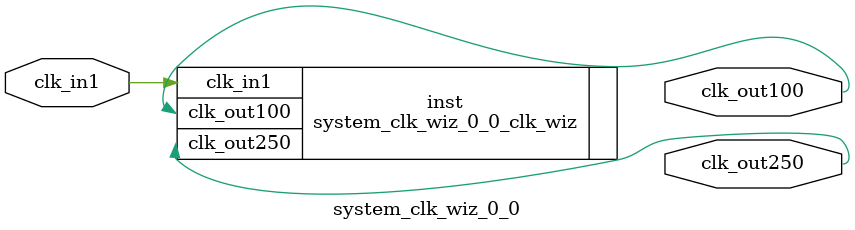
<source format=v>


`timescale 1ps/1ps

(* CORE_GENERATION_INFO = "system_clk_wiz_0_0,clk_wiz_v6_0_13_0_0,{component_name=system_clk_wiz_0_0,use_phase_alignment=true,use_min_o_jitter=false,use_max_i_jitter=false,use_dyn_phase_shift=false,use_inclk_switchover=false,use_dyn_reconfig=false,enable_axi=0,feedback_source=FDBK_AUTO,PRIMITIVE=MMCM,num_out_clk=2,clkin1_period=10.000,clkin2_period=10.000,use_power_down=false,use_reset=false,use_locked=false,use_inclk_stopped=false,feedback_type=SINGLE,CLOCK_MGR_TYPE=NA,manual_override=false}" *)

module system_clk_wiz_0_0 
 (
  // Clock out ports
  output        clk_out100,
  output        clk_out250,
 // Clock in ports
  input         clk_in1
 );

  system_clk_wiz_0_0_clk_wiz inst
  (
  // Clock out ports  
  .clk_out100(clk_out100),
  .clk_out250(clk_out250),
 // Clock in ports
  .clk_in1(clk_in1)
  );

endmodule

</source>
